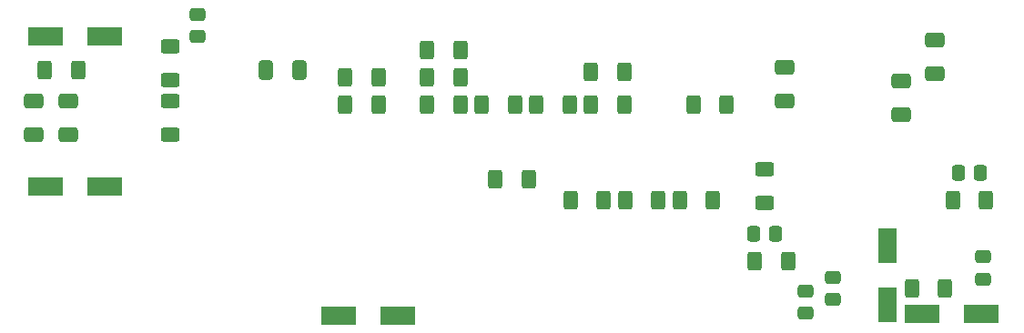
<source format=gbr>
%TF.GenerationSoftware,KiCad,Pcbnew,(6.0.10)*%
%TF.CreationDate,2023-04-08T13:13:14+03:00*%
%TF.ProjectId,DelSol_Voice,44656c53-6f6c-45f5-966f-6963652e6b69,rev?*%
%TF.SameCoordinates,Original*%
%TF.FileFunction,Paste,Bot*%
%TF.FilePolarity,Positive*%
%FSLAX46Y46*%
G04 Gerber Fmt 4.6, Leading zero omitted, Abs format (unit mm)*
G04 Created by KiCad (PCBNEW (6.0.10)) date 2023-04-08 13:13:14*
%MOMM*%
%LPD*%
G01*
G04 APERTURE LIST*
G04 Aperture macros list*
%AMRoundRect*
0 Rectangle with rounded corners*
0 $1 Rounding radius*
0 $2 $3 $4 $5 $6 $7 $8 $9 X,Y pos of 4 corners*
0 Add a 4 corners polygon primitive as box body*
4,1,4,$2,$3,$4,$5,$6,$7,$8,$9,$2,$3,0*
0 Add four circle primitives for the rounded corners*
1,1,$1+$1,$2,$3*
1,1,$1+$1,$4,$5*
1,1,$1+$1,$6,$7*
1,1,$1+$1,$8,$9*
0 Add four rect primitives between the rounded corners*
20,1,$1+$1,$2,$3,$4,$5,0*
20,1,$1+$1,$4,$5,$6,$7,0*
20,1,$1+$1,$6,$7,$8,$9,0*
20,1,$1+$1,$8,$9,$2,$3,0*%
G04 Aperture macros list end*
%ADD10RoundRect,0.250000X-0.400000X-0.625000X0.400000X-0.625000X0.400000X0.625000X-0.400000X0.625000X0*%
%ADD11R,1.700000X3.300000*%
%ADD12RoundRect,0.250000X-0.337500X-0.475000X0.337500X-0.475000X0.337500X0.475000X-0.337500X0.475000X0*%
%ADD13RoundRect,0.250000X0.400000X0.625000X-0.400000X0.625000X-0.400000X-0.625000X0.400000X-0.625000X0*%
%ADD14RoundRect,0.250000X-0.475000X0.337500X-0.475000X-0.337500X0.475000X-0.337500X0.475000X0.337500X0*%
%ADD15RoundRect,0.250000X-0.650000X0.412500X-0.650000X-0.412500X0.650000X-0.412500X0.650000X0.412500X0*%
%ADD16RoundRect,0.250000X0.625000X-0.400000X0.625000X0.400000X-0.625000X0.400000X-0.625000X-0.400000X0*%
%ADD17RoundRect,0.250000X-0.625000X0.400000X-0.625000X-0.400000X0.625000X-0.400000X0.625000X0.400000X0*%
%ADD18R,3.300000X1.700000*%
%ADD19RoundRect,0.250000X0.475000X-0.337500X0.475000X0.337500X-0.475000X0.337500X-0.475000X-0.337500X0*%
%ADD20RoundRect,0.250000X-0.412500X-0.650000X0.412500X-0.650000X0.412500X0.650000X-0.412500X0.650000X0*%
%ADD21RoundRect,0.250000X0.337500X0.475000X-0.337500X0.475000X-0.337500X-0.475000X0.337500X-0.475000X0*%
G04 APERTURE END LIST*
D10*
X145135000Y-106045000D03*
X148235000Y-106045000D03*
D11*
X182880000Y-119170000D03*
X182880000Y-124670000D03*
D12*
X189462500Y-112395000D03*
X191537500Y-112395000D03*
D10*
X132435000Y-103505000D03*
X135535000Y-103505000D03*
X140055000Y-100965000D03*
X143155000Y-100965000D03*
X164820000Y-106045000D03*
X167920000Y-106045000D03*
D13*
X188240000Y-123190000D03*
X185140000Y-123190000D03*
D14*
X177800000Y-122152500D03*
X177800000Y-124227500D03*
D10*
X146405000Y-113030000D03*
X149505000Y-113030000D03*
X158470000Y-114935000D03*
X161570000Y-114935000D03*
D15*
X173355000Y-102577500D03*
X173355000Y-105702500D03*
D16*
X116205000Y-108865000D03*
X116205000Y-105765000D03*
D10*
X153390000Y-114935000D03*
X156490000Y-114935000D03*
X163550000Y-114935000D03*
X166650000Y-114935000D03*
X155295000Y-103035000D03*
X158395000Y-103035000D03*
D17*
X116205000Y-100685000D03*
X116205000Y-103785000D03*
D13*
X173635000Y-120650000D03*
X170535000Y-120650000D03*
D10*
X132435000Y-106045000D03*
X135535000Y-106045000D03*
D15*
X103505000Y-105752500D03*
X103505000Y-108877500D03*
D18*
X131870000Y-125730000D03*
X137370000Y-125730000D03*
D10*
X155295000Y-106045000D03*
X158395000Y-106045000D03*
X188950000Y-114935000D03*
X192050000Y-114935000D03*
D14*
X118735000Y-97657500D03*
X118735000Y-99732500D03*
D19*
X191770000Y-122322500D03*
X191770000Y-120247500D03*
D17*
X171450000Y-112115000D03*
X171450000Y-115215000D03*
D15*
X184150000Y-103847500D03*
X184150000Y-106972500D03*
D18*
X191645000Y-125565000D03*
X186145000Y-125565000D03*
D15*
X106680000Y-105752500D03*
X106680000Y-108877500D03*
D20*
X125095000Y-102870000D03*
X128220000Y-102870000D03*
D13*
X143155000Y-103505000D03*
X140055000Y-103505000D03*
D10*
X104495000Y-102870000D03*
X107595000Y-102870000D03*
D13*
X143155000Y-106045000D03*
X140055000Y-106045000D03*
D18*
X110065000Y-113665000D03*
X104565000Y-113665000D03*
D21*
X172487500Y-118110000D03*
X170412500Y-118110000D03*
D10*
X150215000Y-106045000D03*
X153315000Y-106045000D03*
D15*
X187325000Y-100037500D03*
X187325000Y-103162500D03*
D19*
X175260000Y-125497500D03*
X175260000Y-123422500D03*
D18*
X110065000Y-99695000D03*
X104565000Y-99695000D03*
M02*

</source>
